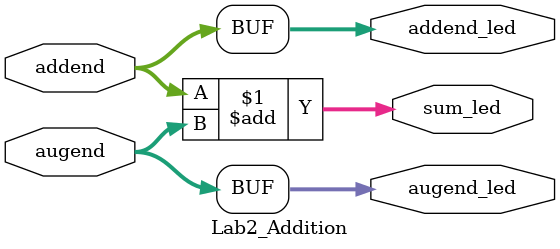
<source format=v>
`timescale 1ns / 1ps


module Lab2_Addition(addend, augend, addend_led, augend_led, sum_led);
    input [1:0] addend, augend;
    output [1:0] addend_led, augend_led;
    output [2:0] sum_led;
    assign addend_led = addend, augend_led = augend;
    assign sum_led = addend + augend;
endmodule

</source>
